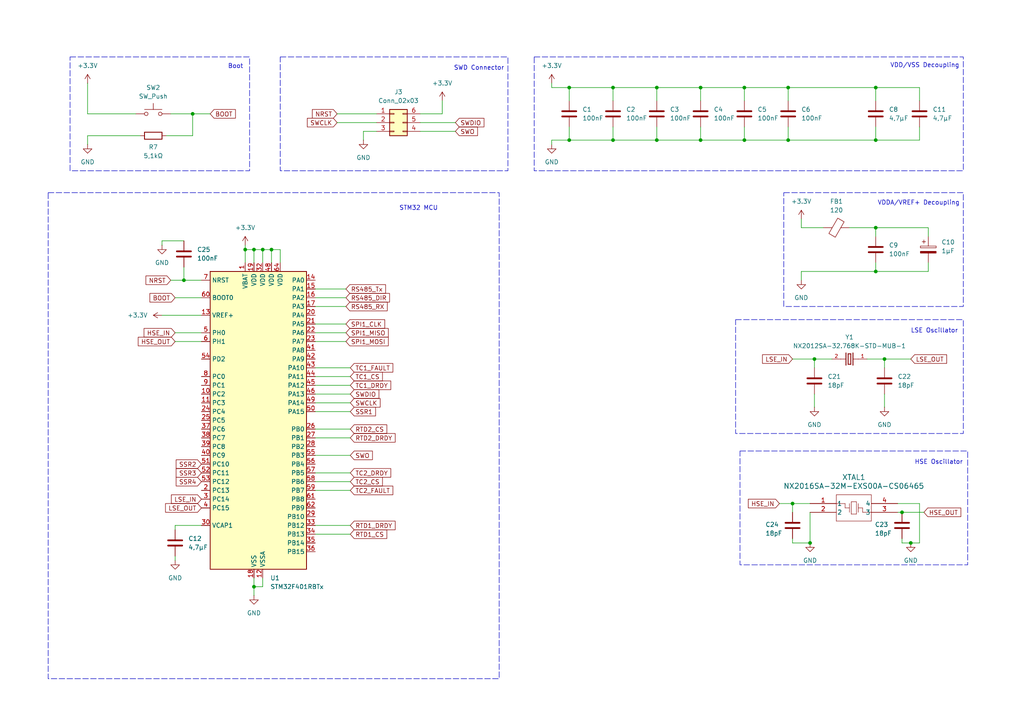
<source format=kicad_sch>
(kicad_sch (version 20231120) (generator "eeschema") (generator_version "8.0")
  (paper "A4")
  (lib_symbols
    (symbol "Connector_Generic:Conn_02x03_Counter_Clockwise" (pin_names (offset 1.016) hide)
      (property "Reference" "J" (at 1.27 5.08 0))
      (property "Value" "Conn_02x03_Counter_Clockwise" (at 1.27 -5.08 0))
      (symbol "Conn_02x03_Counter_Clockwise_1_1"
        (rectangle (start -1.27 -2.413) (end 0 -2.667) (stroke (width 0.1524)))
        (rectangle (start -1.27 0.127) (end 0 -0.127) (stroke (width 0.1524)))
        (rectangle (start -1.27 2.667) (end 0 2.413) (stroke (width 0.1524)))
        (rectangle (start -1.27 3.81) (end 3.81 -3.81) (stroke (width 0.254)) (fill (type background)))
        (rectangle (start 3.81 -2.413) (end 2.54 -2.667) (stroke (width 0.1524)))
        (rectangle (start 3.81 0.127) (end 2.54 -0.127) (stroke (width 0.1524)))
        (rectangle (start 3.81 2.667) (end 2.54 2.413) (stroke (width 0.1524)))
        (pin passive line (at -5.08 2.54 0) (length 3.81) (name "Pin_1") (number "1"))
        (pin passive line (at -5.08 0 0) (length 3.81) (name "Pin_2") (number "2"))
        (pin passive line (at -5.08 -2.54 0) (length 3.81) (name "Pin_3") (number "3"))
        (pin passive line (at 7.62 -2.54 180) (length 3.81) (name "Pin_4") (number "4"))
        (pin passive line (at 7.62 0 180) (length 3.81) (name "Pin_5") (number "5"))
        (pin passive line (at 7.62 2.54 180) (length 3.81) (name "Pin_6") (number "6"))
      )
    )
    (symbol "Device:C" (pin_numbers hide) (pin_names (offset 0.254))
      (property "Reference" "C" (at 0.635 2.54 0))
      (property "Value" "C" (at 0.635 -2.54 0))
      (symbol "C_0_1"
        (polyline (pts (xy -2.032 -0.762) (xy 2.032 -0.762)) (stroke (width 0.508)))
        (polyline (pts (xy -2.032 0.762) (xy 2.032 0.762)) (stroke (width 0.508)))
      )
      (symbol "C_1_1"
        (pin passive line (at 0 3.81 270) (length 2.794) (name "~") (number "1"))
        (pin passive line (at 0 -3.81 90) (length 2.794) (name "~") (number "2"))
      )
    )
    (symbol "Device:C_Polarized" (pin_numbers hide) (pin_names (offset 0.254))
      (property "Reference" "C" (at 0.635 2.54 0))
      (property "Value" "C_Polarized" (at 0.635 -2.54 0))
      (symbol "C_Polarized_0_1"
        (rectangle (start -2.286 0.508) (end 2.286 1.016))
        (polyline (pts (xy -1.778 2.286) (xy -0.762 2.286)))
        (polyline (pts (xy -1.27 2.794) (xy -1.27 1.778)))
        (rectangle (start 2.286 -0.508) (end -2.286 -1.016) (fill (type outline)))
      )
      (symbol "C_Polarized_1_1"
        (pin passive line (at 0 3.81 270) (length 2.794) (name "~") (number "1"))
        (pin passive line (at 0 -3.81 90) (length 2.794) (name "~") (number "2"))
      )
    )
    (symbol "Device:FerriteBead" (pin_numbers hide) (pin_names (offset 0))
      (property "Reference" "FB" (at -3.81 0.635 90))
      (property "Value" "FerriteBead" (at 3.81 0 90))
      (symbol "FerriteBead_0_1"
        (polyline (pts (xy 0 -1.27) (xy 0 -1.2192)))
        (polyline (pts (xy 0 1.27) (xy 0 1.2954)))
        (polyline (pts (xy -2.7686 0.4064) (xy -1.7018 2.2606) (xy 2.7686 -0.3048) (xy 1.6764 -2.159) (xy -2.7686 0.4064)))
      )
      (symbol "FerriteBead_1_1"
        (pin passive line (at 0 3.81 270) (length 2.54) (name "~") (number "1"))
        (pin passive line (at 0 -3.81 90) (length 2.54) (name "~") (number "2"))
      )
    )
    (symbol "Device:R" (pin_numbers hide) (pin_names (offset 0))
      (property "Reference" "R" (at 2.032 0 90))
      (property "Value" "R" (at 0 0 90))
      (symbol "R_0_1"
        (rectangle (start -1.016 -2.54) (end 1.016 2.54) (stroke (width 0.254)))
      )
      (symbol "R_1_1"
        (pin passive line (at 0 3.81 270) (length 1.27) (name "~") (number "1"))
        (pin passive line (at 0 -3.81 90) (length 1.27) (name "~") (number "2"))
      )
    )
    (symbol "MCU_ST_STM32F4:STM32F401RBTx"
      (property "Reference" "U" (at -12.7 44.45 0))
      (property "Value" "STM32F401RBTx" (at 10.16 44.45 0))
      (symbol "STM32F401RBTx_0_1"
        (rectangle (start -12.7 -43.18) (end 15.24 43.18) (stroke (width 0.254)) (fill (type background)))
      )
      (symbol "STM32F401RBTx_1_1"
        (pin power_in line (at -2.54 45.72 270) (length 2.54) (name "VBAT") (number "1"))
        (pin bidirectional line (at -15.24 7.62 0) (length 2.54) (name "PC2") (number "10"))
        (pin bidirectional line (at -15.24 5.08 0) (length 2.54) (name "PC3") (number "11"))
        (pin power_in line (at 2.54 -45.72 90) (length 2.54) (name "VSSA") (number "12"))
        (pin input line (at -15.24 30.48 0) (length 2.54) (name "VREF+") (number "13"))
        (pin bidirectional line (at 17.78 40.64 180) (length 2.54) (name "PA0") (number "14"))
        (pin bidirectional line (at 17.78 38.1 180) (length 2.54) (name "PA1") (number "15"))
        (pin bidirectional line (at 17.78 35.56 180) (length 2.54) (name "PA2") (number "16"))
        (pin bidirectional line (at 17.78 33.02 180) (length 2.54) (name "PA3") (number "17"))
        (pin power_in line (at 0 -45.72 90) (length 2.54) (name "VSS") (number "18"))
        (pin power_in line (at 0 45.72 270) (length 2.54) (name "VDD") (number "19"))
        (pin bidirectional line (at -15.24 -20.32 0) (length 2.54) (name "PC13") (number "2"))
        (pin bidirectional line (at 17.78 30.48 180) (length 2.54) (name "PA4") (number "20"))
        (pin bidirectional line (at 17.78 27.94 180) (length 2.54) (name "PA5") (number "21"))
        (pin bidirectional line (at 17.78 25.4 180) (length 2.54) (name "PA6") (number "22"))
        (pin bidirectional line (at 17.78 22.86 180) (length 2.54) (name "PA7") (number "23"))
        (pin bidirectional line (at -15.24 2.54 0) (length 2.54) (name "PC4") (number "24"))
        (pin bidirectional line (at -15.24 0 0) (length 2.54) (name "PC5") (number "25"))
        (pin bidirectional line (at 17.78 -2.54 180) (length 2.54) (name "PB0") (number "26"))
        (pin bidirectional line (at 17.78 -5.08 180) (length 2.54) (name "PB1") (number "27"))
        (pin bidirectional line (at 17.78 -7.62 180) (length 2.54) (name "PB2") (number "28"))
        (pin bidirectional line (at 17.78 -27.94 180) (length 2.54) (name "PB10") (number "29"))
        (pin bidirectional line (at -15.24 -22.86 0) (length 2.54) (name "PC14") (number "3"))
        (pin power_out line (at -15.24 -30.48 0) (length 2.54) (name "VCAP1") (number "30"))
        (pin passive line (at 0 -45.72 90) (length 2.54) hide (name "VSS") (number "31"))
        (pin power_in line (at 2.54 45.72 270) (length 2.54) (name "VDD") (number "32"))
        (pin bidirectional line (at 17.78 -30.48 180) (length 2.54) (name "PB12") (number "33"))
        (pin bidirectional line (at 17.78 -33.02 180) (length 2.54) (name "PB13") (number "34"))
        (pin bidirectional line (at 17.78 -35.56 180) (length 2.54) (name "PB14") (number "35"))
        (pin bidirectional line (at 17.78 -38.1 180) (length 2.54) (name "PB15") (number "36"))
        (pin bidirectional line (at -15.24 -2.54 0) (length 2.54) (name "PC6") (number "37"))
        (pin bidirectional line (at -15.24 -5.08 0) (length 2.54) (name "PC7") (number "38"))
        (pin bidirectional line (at -15.24 -7.62 0) (length 2.54) (name "PC8") (number "39"))
        (pin bidirectional line (at -15.24 -25.4 0) (length 2.54) (name "PC15") (number "4"))
        (pin bidirectional line (at -15.24 -10.16 0) (length 2.54) (name "PC9") (number "40"))
        (pin bidirectional line (at 17.78 20.32 180) (length 2.54) (name "PA8") (number "41"))
        (pin bidirectional line (at 17.78 17.78 180) (length 2.54) (name "PA9") (number "42"))
        (pin bidirectional line (at 17.78 15.24 180) (length 2.54) (name "PA10") (number "43"))
        (pin bidirectional line (at 17.78 12.7 180) (length 2.54) (name "PA11") (number "44"))
        (pin bidirectional line (at 17.78 10.16 180) (length 2.54) (name "PA12") (number "45"))
        (pin bidirectional line (at 17.78 7.62 180) (length 2.54) (name "PA13") (number "46"))
        (pin passive line (at 0 -45.72 90) (length 2.54) hide (name "VSS") (number "47"))
        (pin power_in line (at 5.08 45.72 270) (length 2.54) (name "VDD") (number "48"))
        (pin bidirectional line (at 17.78 5.08 180) (length 2.54) (name "PA14") (number "49"))
        (pin bidirectional line (at -15.24 25.4 0) (length 2.54) (name "PH0") (number "5"))
        (pin bidirectional line (at 17.78 2.54 180) (length 2.54) (name "PA15") (number "50"))
        (pin bidirectional line (at -15.24 -12.7 0) (length 2.54) (name "PC10") (number "51"))
        (pin bidirectional line (at -15.24 -15.24 0) (length 2.54) (name "PC11") (number "52"))
        (pin bidirectional line (at -15.24 -17.78 0) (length 2.54) (name "PC12") (number "53"))
        (pin bidirectional line (at -15.24 17.78 0) (length 2.54) (name "PD2") (number "54"))
        (pin bidirectional line (at 17.78 -10.16 180) (length 2.54) (name "PB3") (number "55"))
        (pin bidirectional line (at 17.78 -12.7 180) (length 2.54) (name "PB4") (number "56"))
        (pin bidirectional line (at 17.78 -15.24 180) (length 2.54) (name "PB5") (number "57"))
        (pin bidirectional line (at 17.78 -17.78 180) (length 2.54) (name "PB6") (number "58"))
        (pin bidirectional line (at 17.78 -20.32 180) (length 2.54) (name "PB7") (number "59"))
        (pin bidirectional line (at -15.24 22.86 0) (length 2.54) (name "PH1") (number "6"))
        (pin input line (at -15.24 35.56 0) (length 2.54) (name "BOOT0") (number "60"))
        (pin bidirectional line (at 17.78 -22.86 180) (length 2.54) (name "PB8") (number "61"))
        (pin bidirectional line (at 17.78 -25.4 180) (length 2.54) (name "PB9") (number "62"))
        (pin passive line (at 0 -45.72 90) (length 2.54) hide (name "VSS") (number "63"))
        (pin power_in line (at 7.62 45.72 270) (length 2.54) (name "VDD") (number "64"))
        (pin input line (at -15.24 40.64 0) (length 2.54) (name "NRST") (number "7"))
        (pin bidirectional line (at -15.24 12.7 0) (length 2.54) (name "PC0") (number "8"))
        (pin bidirectional line (at -15.24 10.16 0) (length 2.54) (name "PC1") (number "9"))
      )
    )
    (symbol "NX2012SA-32.768K-STD-MUB-1:NX2012SA-32.768K-STD-MUB-1" (pin_names (offset 1.016))
      (property "Reference" "Y" (at -5.0919 3.8189 0))
      (property "Value" "NX2012SA-32.768K-STD-MUB-1" (at -5.0911 -5.0911 0))
      (symbol "NX2012SA-32.768K-STD-MUB-1_0_0"
        (polyline (pts (xy -2.54 0) (xy -1.016 0)) (stroke (width 0.1524)))
        (polyline (pts (xy -1.016 1.778) (xy -1.016 -1.778)) (stroke (width 0.254)))
        (polyline (pts (xy -0.381 -1.524) (xy 0.381 -1.524)) (stroke (width 0.254)))
        (polyline (pts (xy -0.381 1.524) (xy -0.381 -1.524)) (stroke (width 0.254)))
        (polyline (pts (xy 0.381 -1.524) (xy 0.381 1.524)) (stroke (width 0.254)))
        (polyline (pts (xy 0.381 1.524) (xy -0.381 1.524)) (stroke (width 0.254)))
        (polyline (pts (xy 1.016 0) (xy 2.54 0)) (stroke (width 0.1524)))
        (polyline (pts (xy 1.016 1.778) (xy 1.016 -1.778)) (stroke (width 0.254)))
        (pin passive line (at -5.08 0 0) (length 2.54) (name "~") (number "1"))
        (pin passive line (at 5.08 0 180) (length 2.54) (name "~") (number "2"))
      )
    )
    (symbol "NX2016SA-32M-EXS00A-CS06465:NX2016SA-32M-EXS00A-CS06465" (pin_names (offset 0.254))
      (property "Reference" "XTAL" (at 12.7 7.62 0))
      (property "Value" "NX2016SA-32M-EXS00A-CS06465" (at 12.7 5.08 0))
      (symbol "NX2016SA-32M-EXS00A-CS06465_0_1"
        (polyline (pts (xy 7.62 -5.08) (xy 17.78 -5.08)) (stroke (width 0.127)))
        (polyline (pts (xy 7.62 2.54) (xy 7.62 -5.08)) (stroke (width 0.127)))
        (polyline (pts (xy 10.16 -1.27) (xy 10.16 0)) (stroke (width 0.127)))
        (polyline (pts (xy 10.16 0) (xy 7.62 0)) (stroke (width 0.127)))
        (polyline (pts (xy 11.43 -1.27) (xy 10.16 -1.27)) (stroke (width 0.127)))
        (polyline (pts (xy 11.43 0) (xy 11.43 -2.54)) (stroke (width 0.127)))
        (polyline (pts (xy 11.938 -3.048) (xy 13.462 -3.048)) (stroke (width 0.127)))
        (polyline (pts (xy 11.938 0.508) (xy 11.938 -3.048)) (stroke (width 0.127)))
        (polyline (pts (xy 13.462 -3.048) (xy 13.462 0.508)) (stroke (width 0.127)))
        (polyline (pts (xy 13.462 0.508) (xy 11.938 0.508)) (stroke (width 0.127)))
        (polyline (pts (xy 13.97 -1.27) (xy 15.24 -1.27)) (stroke (width 0.127)))
        (polyline (pts (xy 13.97 0) (xy 13.97 -2.54)) (stroke (width 0.127)))
        (polyline (pts (xy 15.24 -2.54) (xy 17.78 -2.54)) (stroke (width 0.127)))
        (polyline (pts (xy 15.24 -1.27) (xy 15.24 -2.54)) (stroke (width 0.127)))
        (polyline (pts (xy 17.78 -5.08) (xy 17.78 2.54)) (stroke (width 0.127)))
        (polyline (pts (xy 17.78 2.54) (xy 7.62 2.54)) (stroke (width 0.127)))
        (pin unspecified line (at 0 0 0) (length 7.62) (name "1") (number "1"))
        (pin unspecified line (at 0 -2.54 0) (length 7.62) (name "2") (number "2"))
        (pin unspecified line (at 25.4 -2.54 180) (length 7.62) (name "3") (number "3"))
        (pin unspecified line (at 25.4 0 180) (length 7.62) (name "4") (number "4"))
      )
    )
    (symbol "Switch:SW_Push" (pin_numbers hide) (pin_names (offset 1.016) hide)
      (property "Reference" "SW" (at 1.27 2.54 0))
      (property "Value" "SW_Push" (at 0 -1.524 0))
      (symbol "SW_Push_0_1"
        (circle (center -2.032 0) (radius 0.508))
        (polyline (pts (xy 0 1.27) (xy 0 3.048)))
        (polyline (pts (xy 2.54 1.27) (xy -2.54 1.27)))
        (circle (center 2.032 0) (radius 0.508))
        (pin passive line (at -5.08 0 0) (length 2.54) (name "1") (number "1"))
        (pin passive line (at 5.08 0 180) (length 2.54) (name "2") (number "2"))
      )
    )
    (symbol "power:+3.3V" (power) (pin_numbers hide) (pin_names (offset 0) hide)
      (property "Value" "+3.3V" (at 0 3.556 0))
      (symbol "+3.3V_0_1"
        (polyline (pts (xy -0.762 1.27) (xy 0 2.54)))
        (polyline (pts (xy 0 0) (xy 0 2.54)))
        (polyline (pts (xy 0 2.54) (xy 0.762 1.27)))
      )
      (symbol "+3.3V_1_1"
        (pin power_in line (at 0 0 90) (length 0) (name "~") (number "1"))
      )
    )
    (symbol "power:GND" (power) (pin_numbers hide) (pin_names (offset 0) hide)
      (property "Value" "GND" (at 0 -3.81 0))
      (symbol "GND_0_1"
        (polyline (pts (xy 0 0) (xy 0 -1.27) (xy 1.27 -1.27) (xy 0 -2.54) (xy -1.27 -1.27) (xy 0 -1.27)))
      )
      (symbol "GND_1_1"
        (pin power_in line (at 0 0 270) (length 0) (name "~") (number "1"))
      )
    )
  )
  (junction (at 177.8 25.4))
  (junction (at 190.5 25.4))
  (junction (at 190.5 40.64))
  (junction (at 261.62 148.59))
  (junction (at 55.88 33.02))
  (junction (at 229.87 146.05))
  (junction (at 71.12 72.39))
  (junction (at 73.66 72.39))
  (junction (at 264.16 157.48))
  (junction (at 76.2 72.39))
  (junction (at 165.1 40.64))
  (junction (at 228.6 25.4))
  (junction (at 203.2 25.4))
  (junction (at 73.66 170.18))
  (junction (at 53.34 81.28))
  (junction (at 215.9 40.64))
  (junction (at 256.54 104.14))
  (junction (at 203.2 40.64))
  (junction (at 78.74 72.39))
  (junction (at 254 25.4))
  (junction (at 234.95 157.48))
  (junction (at 254 78.74))
  (junction (at 215.9 25.4))
  (junction (at 228.6 40.64))
  (junction (at 165.1 25.4))
  (junction (at 177.8 40.64))
  (junction (at 254 40.64))
  (junction (at 254 66.04))
  (junction (at 236.22 104.14))
  (wire (pts (xy 49.53 33.02) (xy 55.88 33.02)))
  (wire (pts (xy 50.8 161.29) (xy 50.8 162.56)))
  (wire (pts (xy 165.1 40.64) (xy 165.1 36.83)))
  (wire (pts (xy 266.7 29.21) (xy 266.7 25.4)))
  (wire (pts (xy 91.44 86.36) (xy 100.33 86.36)))
  (wire (pts (xy 269.24 66.04) (xy 254 66.04)))
  (wire (pts (xy 58.42 152.4) (xy 50.8 152.4)))
  (wire (pts (xy 190.5 25.4) (xy 177.8 25.4)))
  (wire (pts (xy 53.34 81.28) (xy 58.42 81.28)))
  (wire (pts (xy 232.41 66.04) (xy 232.41 63.5)))
  (wire (pts (xy 260.35 148.59) (xy 261.62 148.59)))
  (wire (pts (xy 71.12 71.12) (xy 71.12 72.39)))
  (wire (pts (xy 254 36.83) (xy 254 40.64)))
  (wire (pts (xy 73.66 170.18) (xy 73.66 172.72)))
  (wire (pts (xy 215.9 25.4) (xy 203.2 25.4)))
  (wire (pts (xy 25.4 41.91) (xy 25.4 39.37)))
  (wire (pts (xy 50.8 99.06) (xy 58.42 99.06)))
  (wire (pts (xy 177.8 29.21) (xy 177.8 25.4)))
  (wire (pts (xy 91.44 142.24) (xy 101.6 142.24)))
  (wire (pts (xy 78.74 72.39) (xy 76.2 72.39)))
  (wire (pts (xy 50.8 86.36) (xy 58.42 86.36)))
  (wire (pts (xy 229.87 104.14) (xy 236.22 104.14)))
  (wire (pts (xy 91.44 99.06) (xy 100.33 99.06)))
  (wire (pts (xy 229.87 156.21) (xy 229.87 157.48)))
  (wire (pts (xy 261.62 148.59) (xy 267.97 148.59)))
  (wire (pts (xy 128.27 33.02) (xy 128.27 29.21)))
  (wire (pts (xy 160.02 25.4) (xy 160.02 24.13)))
  (wire (pts (xy 215.9 36.83) (xy 215.9 40.64)))
  (wire (pts (xy 254 29.21) (xy 254 25.4)))
  (wire (pts (xy 254 66.04) (xy 254 68.58)))
  (wire (pts (xy 91.44 93.98) (xy 100.33 93.98)))
  (wire (pts (xy 73.66 167.64) (xy 73.66 170.18)))
  (wire (pts (xy 232.41 66.04) (xy 238.76 66.04)))
  (wire (pts (xy 203.2 40.64) (xy 190.5 40.64)))
  (wire (pts (xy 261.62 157.48) (xy 264.16 157.48)))
  (wire (pts (xy 121.92 38.1) (xy 132.08 38.1)))
  (wire (pts (xy 49.53 81.28) (xy 53.34 81.28)))
  (wire (pts (xy 39.37 33.02) (xy 25.4 33.02)))
  (wire (pts (xy 266.7 40.64) (xy 254 40.64)))
  (wire (pts (xy 236.22 104.14) (xy 236.22 106.68)))
  (wire (pts (xy 50.8 152.4) (xy 50.8 153.67)))
  (wire (pts (xy 269.24 68.58) (xy 269.24 66.04)))
  (wire (pts (xy 91.44 88.9) (xy 100.33 88.9)))
  (wire (pts (xy 55.88 33.02) (xy 60.96 33.02)))
  (wire (pts (xy 228.6 25.4) (xy 215.9 25.4)))
  (wire (pts (xy 76.2 167.64) (xy 76.2 170.18)))
  (wire (pts (xy 81.28 76.2) (xy 81.28 72.39)))
  (wire (pts (xy 254 76.2) (xy 254 78.74)))
  (wire (pts (xy 46.99 69.85) (xy 46.99 71.12)))
  (wire (pts (xy 228.6 36.83) (xy 228.6 40.64)))
  (wire (pts (xy 229.87 146.05) (xy 229.87 148.59)))
  (wire (pts (xy 190.5 36.83) (xy 190.5 40.64)))
  (wire (pts (xy 234.95 148.59) (xy 234.95 157.48)))
  (wire (pts (xy 236.22 114.3) (xy 236.22 118.11)))
  (wire (pts (xy 91.44 111.76) (xy 101.6 111.76)))
  (wire (pts (xy 160.02 40.64) (xy 160.02 41.91)))
  (wire (pts (xy 228.6 29.21) (xy 228.6 25.4)))
  (wire (pts (xy 226.06 146.05) (xy 229.87 146.05)))
  (wire (pts (xy 232.41 78.74) (xy 232.41 81.28)))
  (wire (pts (xy 25.4 39.37) (xy 40.64 39.37)))
  (wire (pts (xy 165.1 25.4) (xy 160.02 25.4)))
  (wire (pts (xy 165.1 25.4) (xy 165.1 29.21)))
  (wire (pts (xy 121.92 33.02) (xy 128.27 33.02)))
  (wire (pts (xy 76.2 170.18) (xy 73.66 170.18)))
  (wire (pts (xy 177.8 36.83) (xy 177.8 40.64)))
  (wire (pts (xy 215.9 29.21) (xy 215.9 25.4)))
  (wire (pts (xy 73.66 72.39) (xy 71.12 72.39)))
  (wire (pts (xy 91.44 83.82) (xy 100.33 83.82)))
  (wire (pts (xy 97.79 35.56) (xy 109.22 35.56)))
  (wire (pts (xy 251.46 104.14) (xy 256.54 104.14)))
  (wire (pts (xy 81.28 72.39) (xy 78.74 72.39)))
  (wire (pts (xy 228.6 40.64) (xy 215.9 40.64)))
  (wire (pts (xy 55.88 39.37) (xy 55.88 33.02)))
  (wire (pts (xy 91.44 139.7) (xy 101.6 139.7)))
  (wire (pts (xy 165.1 40.64) (xy 160.02 40.64)))
  (wire (pts (xy 71.12 72.39) (xy 71.12 76.2)))
  (wire (pts (xy 256.54 104.14) (xy 256.54 106.68)))
  (wire (pts (xy 121.92 35.56) (xy 132.08 35.56)))
  (wire (pts (xy 228.6 40.64) (xy 254 40.64)))
  (wire (pts (xy 266.7 146.05) (xy 266.7 157.48)))
  (wire (pts (xy 91.44 109.22) (xy 101.6 109.22)))
  (wire (pts (xy 269.24 78.74) (xy 254 78.74)))
  (wire (pts (xy 48.26 39.37) (xy 55.88 39.37)))
  (wire (pts (xy 203.2 36.83) (xy 203.2 40.64)))
  (wire (pts (xy 91.44 154.94) (xy 101.6 154.94)))
  (wire (pts (xy 266.7 25.4) (xy 254 25.4)))
  (wire (pts (xy 53.34 69.85) (xy 46.99 69.85)))
  (wire (pts (xy 228.6 25.4) (xy 254 25.4)))
  (wire (pts (xy 109.22 38.1) (xy 105.41 38.1)))
  (wire (pts (xy 264.16 157.48) (xy 266.7 157.48)))
  (wire (pts (xy 236.22 104.14) (xy 241.3 104.14)))
  (wire (pts (xy 76.2 72.39) (xy 73.66 72.39)))
  (wire (pts (xy 76.2 76.2) (xy 76.2 72.39)))
  (wire (pts (xy 203.2 29.21) (xy 203.2 25.4)))
  (wire (pts (xy 203.2 25.4) (xy 190.5 25.4)))
  (wire (pts (xy 91.44 124.46) (xy 101.6 124.46)))
  (wire (pts (xy 266.7 36.83) (xy 266.7 40.64)))
  (wire (pts (xy 256.54 114.3) (xy 256.54 118.11)))
  (wire (pts (xy 25.4 33.02) (xy 25.4 24.13)))
  (wire (pts (xy 165.1 25.4) (xy 177.8 25.4)))
  (wire (pts (xy 266.7 146.05) (xy 260.35 146.05)))
  (wire (pts (xy 105.41 38.1) (xy 105.41 40.64)))
  (wire (pts (xy 97.79 33.02) (xy 109.22 33.02)))
  (wire (pts (xy 53.34 77.47) (xy 53.34 81.28)))
  (wire (pts (xy 203.2 40.64) (xy 215.9 40.64)))
  (wire (pts (xy 91.44 152.4) (xy 101.6 152.4)))
  (wire (pts (xy 91.44 137.16) (xy 101.6 137.16)))
  (wire (pts (xy 91.44 106.68) (xy 101.6 106.68)))
  (wire (pts (xy 91.44 116.84) (xy 101.6 116.84)))
  (wire (pts (xy 246.38 66.04) (xy 254 66.04)))
  (wire (pts (xy 91.44 119.38) (xy 101.6 119.38)))
  (wire (pts (xy 91.44 132.08) (xy 101.6 132.08)))
  (wire (pts (xy 46.99 91.44) (xy 58.42 91.44)))
  (wire (pts (xy 165.1 40.64) (xy 177.8 40.64)))
  (wire (pts (xy 229.87 146.05) (xy 234.95 146.05)))
  (wire (pts (xy 78.74 76.2) (xy 78.74 72.39)))
  (wire (pts (xy 269.24 76.2) (xy 269.24 78.74)))
  (wire (pts (xy 91.44 114.3) (xy 101.6 114.3)))
  (wire (pts (xy 190.5 29.21) (xy 190.5 25.4)))
  (wire (pts (xy 261.62 156.21) (xy 261.62 157.48)))
  (wire (pts (xy 91.44 127) (xy 101.6 127)))
  (wire (pts (xy 256.54 104.14) (xy 264.16 104.14)))
  (wire (pts (xy 91.44 96.52) (xy 100.33 96.52)))
  (wire (pts (xy 73.66 76.2) (xy 73.66 72.39)))
  (wire (pts (xy 229.87 157.48) (xy 234.95 157.48)))
  (wire (pts (xy 190.5 40.64) (xy 177.8 40.64)))
  (wire (pts (xy 50.8 96.52) (xy 58.42 96.52)))
  (wire (pts (xy 232.41 78.74) (xy 254 78.74)))
  (rectangle (start 213.36 92.71) (end 279.4 125.73) (stroke (width 0) (type dash)))
  (rectangle (start 20.32 16.51) (end 72.39 49.53) (stroke (width 0) (type dash)))
  (rectangle (start 227.33 55.88) (end 279.4 88.9) (stroke (width 0) (type dash)))
  (rectangle (start 13.97 55.88) (end 144.78 196.85) (stroke (width 0) (type dash)))
  (rectangle (start 214.63 130.81) (end 280.67 163.83) (stroke (width 0) (type dash)))
  (rectangle (start 154.94 16.51) (end 279.4 49.53) (stroke (width 0) (type dash)))
  (rectangle (start 81.28 16.51) (end 147.32 49.53) (stroke (width 0) (type dash)))
  (text "HSE Oscillator" (at 272.288 134.112 0) (effects (font (size 1.27 1.27))))
  (text "SWD Connector" (at 138.938 19.812 0) (effects (font (size 1.27 1.27))))
  (text "LSE Oscillator" (at 271.018 96.012 0) (effects (font (size 1.27 1.27))))
  (text "VDDA/VREF+ Decoupling" (at 266.446 58.928 0) (effects (font (size 1.27 1.27))))
  (text "Boot" (at 68.326 19.304 0) (effects (font (size 1.27 1.27))))
  (text "STM32 MCU" (at 121.412 60.452 0) (effects (font (size 1.27 1.27))))
  (text "VDD/VSS Decoupling" (at 268.224 19.05 0) (effects (font (size 1.27 1.27))))
  (global_label "SWDIO" (shape input) (at 101.6 114.3 0) (property "Intersheetrefs" "${INTERSHEET_REFS}" (effects (hide yes))))
  (global_label "TC1_FAULT" (shape input) (at 101.6 106.68 0) (property "Intersheetrefs" "${INTERSHEET_REFS}" (effects (hide yes))))
  (global_label "TC1_CS" (shape input) (at 101.6 109.22 0) (property "Intersheetrefs" "${INTERSHEET_REFS}" (effects (hide yes))))
  (global_label "SWO" (shape input) (at 101.6 132.08 0) (property "Intersheetrefs" "${INTERSHEET_REFS}" (effects (hide yes))))
  (global_label "SWCLK" (shape input) (at 101.6 116.84 0) (property "Intersheetrefs" "${INTERSHEET_REFS}" (effects (hide yes))))
  (global_label "LSE_OUT" (shape input) (at 264.16 104.14 0) (property "Intersheetrefs" "${INTERSHEET_REFS}" (effects (hide yes))))
  (global_label "SPI1_CLK" (shape input) (at 100.33 93.98 0) (property "Intersheetrefs" "${INTERSHEET_REFS}" (effects (hide yes))))
  (global_label "BOOT" (shape input) (at 60.96 33.02 0) (property "Intersheetrefs" "${INTERSHEET_REFS}" (effects (hide yes))))
  (global_label "SWCLK" (shape input) (at 97.79 35.56 180) (property "Intersheetrefs" "${INTERSHEET_REFS}" (effects (hide yes))))
  (global_label "SSR1" (shape input) (at 101.6 119.38 0) (property "Intersheetrefs" "${INTERSHEET_REFS}" (effects (hide yes))))
  (global_label "NRST" (shape input) (at 49.53 81.28 180) (property "Intersheetrefs" "${INTERSHEET_REFS}" (effects (hide yes))))
  (global_label "SWDIO" (shape input) (at 132.08 35.56 0) (property "Intersheetrefs" "${INTERSHEET_REFS}" (effects (hide yes))))
  (global_label "RS485_Tx" (shape input) (at 100.33 83.82 0) (property "Intersheetrefs" "${INTERSHEET_REFS}" (effects (hide yes))))
  (global_label "NRST" (shape input) (at 97.79 33.02 180) (property "Intersheetrefs" "${INTERSHEET_REFS}" (effects (hide yes))))
  (global_label "HSE_OUT" (shape input) (at 267.97 148.59 0) (property "Intersheetrefs" "${INTERSHEET_REFS}" (effects (hide yes))))
  (global_label "LSE_IN" (shape input) (at 58.42 144.78 180) (property "Intersheetrefs" "${INTERSHEET_REFS}" (effects (hide yes))))
  (global_label "SSR4" (shape input) (at 58.42 139.7 180) (property "Intersheetrefs" "${INTERSHEET_REFS}" (effects (hide yes))))
  (global_label "TC1_DRDY" (shape input) (at 101.6 111.76 0) (property "Intersheetrefs" "${INTERSHEET_REFS}" (effects (hide yes))))
  (global_label "LSE_IN" (shape input) (at 229.87 104.14 180) (property "Intersheetrefs" "${INTERSHEET_REFS}" (effects (hide yes))))
  (global_label "SSR2" (shape input) (at 58.42 134.62 180) (property "Intersheetrefs" "${INTERSHEET_REFS}" (effects (hide yes))))
  (global_label "HSE_IN" (shape input) (at 226.06 146.05 180) (property "Intersheetrefs" "${INTERSHEET_REFS}" (effects (hide yes))))
  (global_label "LSE_OUT" (shape input) (at 58.42 147.32 180) (property "Intersheetrefs" "${INTERSHEET_REFS}" (effects (hide yes))))
  (global_label "TC2_CS" (shape input) (at 101.6 139.7 0) (property "Intersheetrefs" "${INTERSHEET_REFS}" (effects (hide yes))))
  (global_label "TC2_DRDY" (shape input) (at 101.6 137.16 0) (property "Intersheetrefs" "${INTERSHEET_REFS}" (effects (hide yes))))
  (global_label "RTD1_DRDY" (shape input) (at 101.6 152.4 0) (property "Intersheetrefs" "${INTERSHEET_REFS}" (effects (hide yes))))
  (global_label "HSE_IN" (shape input) (at 50.8 96.52 180) (property "Intersheetrefs" "${INTERSHEET_REFS}" (effects (hide yes))))
  (global_label "RS485_DIR" (shape input) (at 100.33 86.36 0) (property "Intersheetrefs" "${INTERSHEET_REFS}" (effects (hide yes))))
  (global_label "RTD1_CS" (shape input) (at 101.6 154.94 0) (property "Intersheetrefs" "${INTERSHEET_REFS}" (effects (hide yes))))
  (global_label "SPI1_MISO" (shape input) (at 100.33 96.52 0) (property "Intersheetrefs" "${INTERSHEET_REFS}" (effects (hide yes))))
  (global_label "RTD2_CS" (shape input) (at 101.6 124.46 0) (property "Intersheetrefs" "${INTERSHEET_REFS}" (effects (hide yes))))
  (global_label "HSE_OUT" (shape input) (at 50.8 99.06 180) (property "Intersheetrefs" "${INTERSHEET_REFS}" (effects (hide yes))))
  (global_label "BOOT" (shape input) (at 50.8 86.36 180) (property "Intersheetrefs" "${INTERSHEET_REFS}" (effects (hide yes))))
  (global_label "RS485_RX" (shape input) (at 100.33 88.9 0) (property "Intersheetrefs" "${INTERSHEET_REFS}" (effects (hide yes))))
  (global_label "TC2_FAULT" (shape input) (at 101.6 142.24 0) (property "Intersheetrefs" "${INTERSHEET_REFS}" (effects (hide yes))))
  (global_label "SSR3" (shape input) (at 58.42 137.16 180) (property "Intersheetrefs" "${INTERSHEET_REFS}" (effects (hide yes))))
  (global_label "SWO" (shape input) (at 132.08 38.1 0) (property "Intersheetrefs" "${INTERSHEET_REFS}" (effects (hide yes))))
  (global_label "RTD2_DRDY" (shape input) (at 101.6 127 0) (property "Intersheetrefs" "${INTERSHEET_REFS}" (effects (hide yes))))
  (global_label "SPI1_MOSI" (shape input) (at 100.33 99.06 0) (property "Intersheetrefs" "${INTERSHEET_REFS}" (effects (hide yes))))
  (symbol (lib_id "power:GND") (at 234.95 157.48 0) (unit 1)
    (property "Reference" "#PWR023" (effects (hide yes)))
    (property "Value" "GND" (at 234.95 162.56 0))
    (property "Description" "Power symbol creates a global label with name \"GND\" , ground" (effects (hide yes)))
  )
  (symbol (lib_id "Device:C") (at 215.9 33.02 0) (unit 1)
    (property "Reference" "C5" (at 219.71 31.7499 0) (effects (justify left)))
    (property "Value" "100nF" (at 219.71 34.2899 0) (effects (justify left)))
    (property "Footprint" "Capacitor_SMD:C_0805_2012Metric_Pad1.18x1.45mm_HandSolder" (effects (hide yes)))
    (property "Description" "Unpolarized capacitor" (effects (hide yes)))
  )
  (symbol (lib_id "Device:C") (at 203.2 33.02 0) (unit 1)
    (property "Reference" "C4" (at 207.01 31.7499 0) (effects (justify left)))
    (property "Value" "100nF" (at 207.01 34.2899 0) (effects (justify left)))
    (property "Footprint" "Capacitor_SMD:C_0805_2012Metric_Pad1.18x1.45mm_HandSolder" (effects (hide yes)))
    (property "Description" "Unpolarized capacitor" (effects (hide yes)))
  )
  (symbol (lib_id "power:GND") (at 264.16 157.48 0) (unit 1)
    (property "Reference" "#PWR022" (effects (hide yes)))
    (property "Value" "GND" (at 264.16 162.56 0))
    (property "Description" "Power symbol creates a global label with name \"GND\" , ground" (effects (hide yes)))
  )
  (symbol (lib_id "power:GND") (at 25.4 41.91 0) (unit 1)
    (property "Reference" "#PWR035" (effects (hide yes)))
    (property "Value" "GND" (at 25.4 46.99 0))
    (property "Description" "Power symbol creates a global label with name \"GND\" , ground" (effects (hide yes)))
  )
  (symbol (lib_id "Device:C") (at 50.8 157.48 0) (unit 1)
    (property "Reference" "C12" (at 54.61 156.2099 0) (effects (justify left)))
    (property "Value" "4,7µF" (at 54.61 158.7499 0) (effects (justify left)))
    (property "Footprint" "Capacitor_SMD:C_0805_2012Metric_Pad1.18x1.45mm_HandSolder" (effects (hide yes)))
    (property "Description" "Unpolarized capacitor" (effects (hide yes)))
  )
  (symbol (lib_id "power:+3.3V") (at 128.27 29.21 0) (unit 1)
    (property "Reference" "#PWR037" (effects (hide yes)))
    (property "Value" "+3.3V" (at 128.27 24.13 0))
    (property "Description" "Power symbol creates a global label with name \"+3.3V\"" (effects (hide yes)))
  )
  (symbol (lib_id "Device:C") (at 254 33.02 0) (unit 1)
    (property "Reference" "C8" (at 257.81 31.7499 0) (effects (justify left)))
    (property "Value" "4,7µF" (at 257.81 34.2899 0) (effects (justify left)))
    (property "Footprint" "Capacitor_SMD:C_0805_2012Metric_Pad1.18x1.45mm_HandSolder" (effects (hide yes)))
    (property "Description" "Unpolarized capacitor" (effects (hide yes)))
  )
  (symbol (lib_id "Connector_Generic:Conn_02x03_Counter_Clockwise") (at 114.3 35.56 0) (unit 1)
    (property "Reference" "J3" (at 115.57 26.67 0))
    (property "Value" "Conn_02x03" (at 115.57 29.21 0))
    (property "Footprint" "Connector_RJ:RJ45_Amphenol_RJHSE538X" (effects (hide yes)))
    (property "Description" "Generic connector, double row, 02x03, counter clockwise pin numbering scheme (similar to DIP package numbering), script generated (kicad-library-utils/schlib/autogen/connector/)" (effects (hide yes)))
  )
  (symbol (lib_id "Device:C") (at 190.5 33.02 0) (unit 1)
    (property "Reference" "C3" (at 194.31 31.7499 0) (effects (justify left)))
    (property "Value" "100nF" (at 194.31 34.2899 0) (effects (justify left)))
    (property "Footprint" "Capacitor_SMD:C_0805_2012Metric_Pad1.18x1.45mm_HandSolder" (effects (hide yes)))
    (property "Description" "Unpolarized capacitor" (effects (hide yes)))
  )
  (symbol (lib_id "power:GND") (at 160.02 41.91 0) (unit 1)
    (property "Reference" "#PWR03" (effects (hide yes)))
    (property "Value" "GND" (at 160.02 46.99 0))
    (property "Description" "Power symbol creates a global label with name \"GND\" , ground" (effects (hide yes)))
  )
  (symbol (lib_id "MCU_ST_STM32F4:STM32F401RBTx") (at 73.66 121.92 0) (unit 1)
    (property "Reference" "U1" (at 78.3941 167.64 0) (effects (justify left)))
    (property "Value" "STM32F401RBTx" (at 78.3941 170.18 0) (effects (justify left)))
    (property "Footprint" "Package_QFP:LQFP-64_10x10mm_P0.5mm" (effects (hide yes)))
    (property "Datasheet" "https://www.st.com/resource/en/datasheet/stm32f401rb.pdf" (effects (hide yes)))
    (property "Description" "STMicroelectronics Arm Cortex-M4 MCU, 128KB flash, 64KB RAM, 84 MHz, 1.7-3.6V, 50 GPIO, LQFP64" (effects (hide yes)))
  )
  (symbol (lib_id "power:+3.3V") (at 160.02 24.13 0) (unit 1)
    (property "Reference" "#PWR02" (effects (hide yes)))
    (property "Value" "+3.3V" (at 160.02 19.05 0))
    (property "Description" "Power symbol creates a global label with name \"+3.3V\"" (effects (hide yes)))
  )
  (symbol (lib_id "power:GND") (at 236.22 118.11 0) (unit 1)
    (property "Reference" "#PWR020" (effects (hide yes)))
    (property "Value" "GND" (at 236.22 123.19 0))
    (property "Description" "Power symbol creates a global label with name \"GND\" , ground" (effects (hide yes)))
  )
  (symbol (lib_id "Device:C") (at 228.6 33.02 0) (unit 1)
    (property "Reference" "C6" (at 232.41 31.7499 0) (effects (justify left)))
    (property "Value" "100nF" (at 232.41 34.2899 0) (effects (justify left)))
    (property "Footprint" "Capacitor_SMD:C_0805_2012Metric_Pad1.18x1.45mm_HandSolder" (effects (hide yes)))
    (property "Description" "Unpolarized capacitor" (effects (hide yes)))
  )
  (symbol (lib_id "power:+3.3V") (at 25.4 24.13 0) (unit 1)
    (property "Reference" "#PWR034" (effects (hide yes)))
    (property "Value" "+3.3V" (at 25.4 19.05 0))
    (property "Description" "Power symbol creates a global label with name \"+3.3V\"" (effects (hide yes)))
  )
  (symbol (lib_id "Device:C") (at 177.8 33.02 0) (unit 1)
    (property "Reference" "C2" (at 181.61 31.7499 0) (effects (justify left)))
    (property "Value" "100nF" (at 181.61 34.2899 0) (effects (justify left)))
    (property "Footprint" "Capacitor_SMD:C_0805_2012Metric_Pad1.18x1.45mm_HandSolder" (effects (hide yes)))
    (property "Description" "Unpolarized capacitor" (effects (hide yes)))
  )
  (symbol (lib_id "power:+3.3V") (at 232.41 63.5 0) (unit 1)
    (property "Reference" "#PWR05" (effects (hide yes)))
    (property "Value" "+3.3V" (at 232.41 58.42 0))
    (property "Description" "Power symbol creates a global label with name \"+3.3V\"" (effects (hide yes)))
  )
  (symbol (lib_id "power:GND") (at 232.41 81.28 0) (unit 1)
    (property "Reference" "#PWR07" (effects (hide yes)))
    (property "Value" "GND" (at 232.41 86.36 0))
    (property "Description" "Power symbol creates a global label with name \"GND\" , ground" (effects (hide yes)))
  )
  (symbol (lib_id "Device:C") (at 236.22 110.49 0) (unit 1)
    (property "Reference" "C21" (at 240.03 109.2199 0) (effects (justify left)))
    (property "Value" "18pF" (at 240.03 111.7599 0) (effects (justify left)))
    (property "Footprint" "Capacitor_SMD:C_0805_2012Metric_Pad1.18x1.45mm_HandSolder" (effects (hide yes)))
    (property "Description" "Unpolarized capacitor" (effects (hide yes)))
  )
  (symbol (lib_id "power:GND") (at 50.8 162.56 0) (unit 1)
    (property "Reference" "#PWR08" (effects (hide yes)))
    (property "Value" "GND" (at 50.8 167.64 0))
    (property "Description" "Power symbol creates a global label with name \"GND\" , ground" (effects (hide yes)))
  )
  (symbol (lib_id "Device:C") (at 254 72.39 0) (unit 1)
    (property "Reference" "C9" (at 257.81 71.1199 0) (effects (justify left)))
    (property "Value" "100nF" (at 257.81 73.6599 0) (effects (justify left)))
    (property "Footprint" "Capacitor_SMD:C_0805_2012Metric_Pad1.18x1.45mm_HandSolder" (effects (hide yes)))
    (property "Description" "Unpolarized capacitor" (effects (hide yes)))
  )
  (symbol (lib_id "Switch:SW_Push") (at 44.45 33.02 0) (unit 1)
    (property "Reference" "SW2" (at 44.45 25.4 0))
    (property "Value" "SW_Push" (at 44.45 27.94 0))
    (property "Footprint" "Button_Switch_SMD:SW_Push_1P1T-SH_NO_CK_KMR2xxG" (effects (hide yes)))
    (property "Description" "Push button switch, generic, two pins" (effects (hide yes)))
  )
  (symbol (lib_id "Device:R") (at 44.45 39.37 90) (unit 1)
    (property "Reference" "R7" (at 44.45 42.672 90))
    (property "Value" "5,1kΩ" (at 44.45 45.212 90))
    (property "Footprint" "Resistor_SMD:R_0805_2012Metric_Pad1.20x1.40mm_HandSolder" (effects (hide yes)))
    (property "Description" "Resistor" (effects (hide yes)))
  )
  (symbol (lib_id "power:GND") (at 46.99 71.12 0) (unit 1)
    (property "Reference" "#PWR024" (effects (hide yes)))
    (property "Value" "GND" (at 46.99 76.2 0))
    (property "Description" "Power symbol creates a global label with name \"GND\" , ground" (effects (hide yes)))
  )
  (symbol (lib_id "Device:FerriteBead") (at 242.57 66.04 270) (unit 1)
    (property "Reference" "FB1" (at 242.6208 58.42 90))
    (property "Value" "120" (at 242.6208 60.96 90))
    (property "Footprint" "Fuse:Fuse_2010_5025Metric_Pad1.52x2.65mm_HandSolder" (effects (hide yes)))
    (property "Description" "Ferrite bead" (effects (hide yes)))
  )
  (symbol (lib_id "power:GND") (at 105.41 40.64 0) (unit 1)
    (property "Reference" "#PWR036" (effects (hide yes)))
    (property "Value" "GND" (at 105.41 45.72 0))
    (property "Description" "Power symbol creates a global label with name \"GND\" , ground" (effects (hide yes)))
  )
  (symbol (lib_id "Device:C") (at 165.1 33.02 0) (unit 1)
    (property "Reference" "C1" (at 168.91 31.7499 0) (effects (justify left)))
    (property "Value" "100nF" (at 168.91 34.2899 0) (effects (justify left)))
    (property "Footprint" "Capacitor_SMD:C_0805_2012Metric_Pad1.18x1.45mm_HandSolder" (effects (hide yes)))
    (property "Description" "Unpolarized capacitor" (effects (hide yes)))
  )
  (symbol (lib_id "NX2016SA-32M-EXS00A-CS06465:NX2016SA-32M-EXS00A-CS06465") (at 234.95 146.05 0) (unit 1)
    (property "Reference" "XTAL1" (at 247.65 138.43 0) (effects (font (size 1.524 1.524))))
    (property "Value" "NX2016SA-32M-EXS00A-CS06465" (at 247.65 140.97 0) (effects (font (size 1.524 1.524))))
    (property "Footprint" "NX2016SA-32M-EXS00A-CS06465:NX2016SA_NDK" (effects (hide yes)))
    (property "Datasheet" "NX2016SA-32M-EXS00A-CS06465" (effects (hide yes)))
  )
  (symbol (lib_id "Device:C") (at 266.7 33.02 0) (unit 1)
    (property "Reference" "C11" (at 270.51 31.7499 0) (effects (justify left)))
    (property "Value" "4,7µF" (at 270.51 34.2899 0) (effects (justify left)))
    (property "Footprint" "Capacitor_SMD:C_0805_2012Metric_Pad1.18x1.45mm_HandSolder" (effects (hide yes)))
    (property "Description" "Unpolarized capacitor" (effects (hide yes)))
  )
  (symbol (lib_id "power:+3.3V") (at 46.99 91.44 90) (unit 1)
    (property "Reference" "#PWR06" (effects (hide yes)))
    (property "Value" "+3.3V" (at 39.878 91.44 90))
    (property "Description" "Power symbol creates a global label with name \"+3.3V\"" (effects (hide yes)))
  )
  (symbol (lib_id "Device:C") (at 229.87 152.4 0) (unit 1)
    (property "Reference" "C24" (at 221.996 152.146 0) (effects (justify left)))
    (property "Value" "18pF" (at 221.996 154.686 0) (effects (justify left)))
    (property "Footprint" "Capacitor_SMD:C_0805_2012Metric_Pad1.18x1.45mm_HandSolder" (effects (hide yes)))
    (property "Description" "Unpolarized capacitor" (effects (hide yes)))
  )
  (symbol (lib_id "power:GND") (at 256.54 118.11 0) (unit 1)
    (property "Reference" "#PWR021" (effects (hide yes)))
    (property "Value" "GND" (at 256.54 123.19 0))
    (property "Description" "Power symbol creates a global label with name \"GND\" , ground" (effects (hide yes)))
  )
  (symbol (lib_id "NX2012SA-32.768K-STD-MUB-1:NX2012SA-32.768K-STD-MUB-1") (at 246.38 104.14 180) (unit 1)
    (property "Reference" "Y1" (at 246.38 97.79 0))
    (property "Value" "NX2012SA-32.768K-STD-MUB-1" (at 246.38 100.33 0))
    (property "Footprint" "NX2012SA-32.768K-STD-MUB-1:XTAL_NX2012SA-32.768K-STD-MUB-1" (effects (hide yes)))
    (property "MF" "NDK America," (effects (hide yes)))
    (property "DESCRIPTION" "Crystal 32.7680khz 12.5pf Smd" (effects (hide yes)))
    (property "PACKAGE" "SMD-2" (effects (hide yes)))
    (property "PRICE" "None" (effects (hide yes)))
    (property "Package" "SMD-2 NDK" (effects (hide yes)))
    (property "Check_prices" "https://www.snapeda.com/parts/NX2012SA-32.768K-STD-MUB-1/NDK/view-part/?ref=eda" (effects (hide yes)))
    (property "STANDARD" "Manufacturer Recommendation" (effects (hide yes)))
    (property "SnapEDA_Link" "https://www.snapeda.com/parts/NX2012SA-32.768K-STD-MUB-1/NDK/view-part/?ref=snap" (effects (hide yes)))
    (property "MP" "NX2012SA-32.768K-STD-MUB-1" (effects (hide yes)))
    (property "Price" "None" (effects (hide yes)))
    (property "Availability" "In Stock" (effects (hide yes)))
    (property "AVAILABILITY" "Unavailable" (effects (hide yes)))
    (property "Description_1" "\n                        \n                            32.768 kHz ±20ppm Crystal 12.5pF 80 kOhms 2-SMD, No Lead\n                        \n" (effects (hide yes)))
  )
  (symbol (lib_id "power:+3.3V") (at 71.12 71.12 0) (unit 1)
    (property "Reference" "#PWR01" (effects (hide yes)))
    (property "Value" "+3.3V" (at 71.12 66.04 0))
    (property "Description" "Power symbol creates a global label with name \"+3.3V\"" (effects (hide yes)))
  )
  (symbol (lib_id "Device:C") (at 261.62 152.4 0) (unit 1)
    (property "Reference" "C23" (at 253.746 152.146 0) (effects (justify left)))
    (property "Value" "18pF" (at 253.746 154.686 0) (effects (justify left)))
    (property "Footprint" "Capacitor_SMD:C_0805_2012Metric_Pad1.18x1.45mm_HandSolder" (effects (hide yes)))
    (property "Description" "Unpolarized capacitor" (effects (hide yes)))
  )
  (symbol (lib_id "power:GND") (at 73.66 172.72 0) (unit 1)
    (property "Reference" "#PWR04" (effects (hide yes)))
    (property "Value" "GND" (at 73.66 177.8 0))
    (property "Description" "Power symbol creates a global label with name \"GND\" , ground" (effects (hide yes)))
  )
  (symbol (lib_id "Device:C") (at 256.54 110.49 0) (unit 1)
    (property "Reference" "C22" (at 260.35 109.2199 0) (effects (justify left)))
    (property "Value" "18pF" (at 260.35 111.7599 0) (effects (justify left)))
    (property "Footprint" "Capacitor_SMD:C_0805_2012Metric_Pad1.18x1.45mm_HandSolder" (effects (hide yes)))
    (property "Description" "Unpolarized capacitor" (effects (hide yes)))
  )
  (symbol (lib_id "Device:C") (at 53.34 73.66 0) (unit 1)
    (property "Reference" "C25" (at 57.15 72.3899 0) (effects (justify left)))
    (property "Value" "100nF" (at 57.15 74.9299 0) (effects (justify left)))
    (property "Footprint" "Capacitor_SMD:C_0805_2012Metric_Pad1.18x1.45mm_HandSolder" (effects (hide yes)))
    (property "Description" "Unpolarized capacitor" (effects (hide yes)))
  )
  (symbol (lib_id "Device:C_Polarized") (at 269.24 72.39 0) (unit 1)
    (property "Reference" "C10" (at 273.05 70.2309 0) (effects (justify left)))
    (property "Value" "1µF" (at 273.05 72.7709 0) (effects (justify left)))
    (property "Footprint" "Capacitor_SMD:C_0805_2012Metric_Pad1.18x1.45mm_HandSolder" (effects (hide yes)))
    (property "Description" "Polarized capacitor" (effects (hide yes)))
  )
)
</source>
